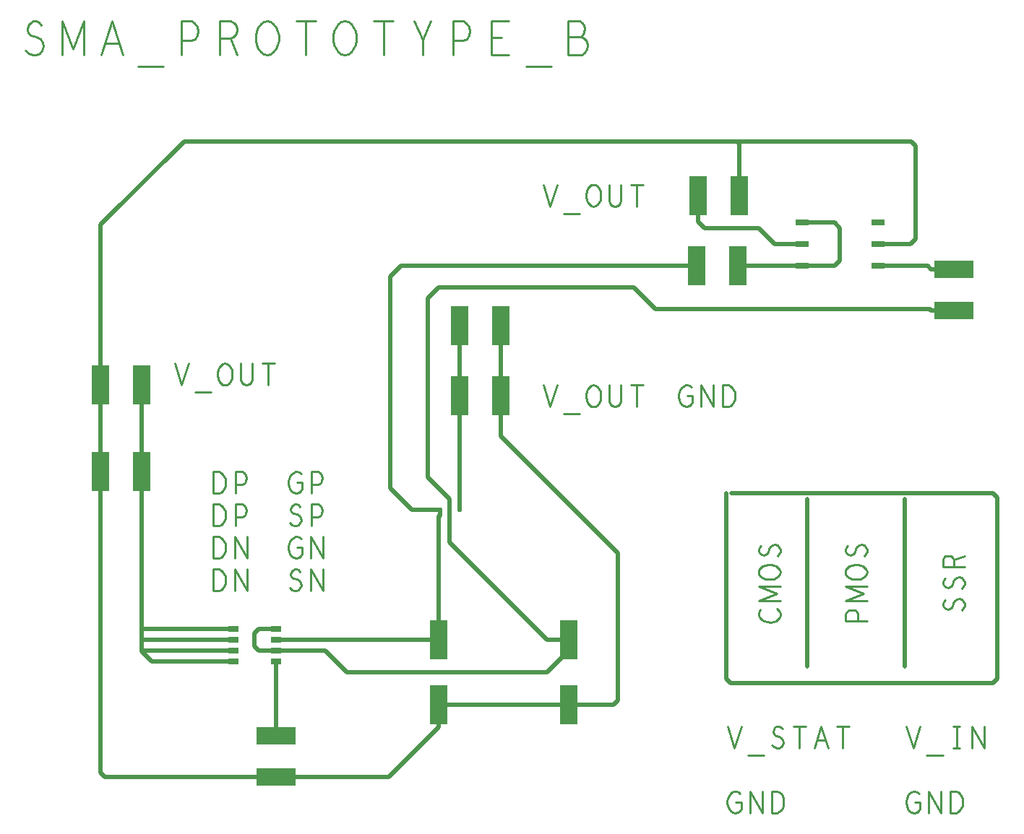
<source format=gbr>
G04 ================== begin FILE IDENTIFICATION RECORD ==================*
G04 Layout Name:  SMA_Prototype_B.brd*
G04 Film Name:    TOP*
G04 File Format:  Gerber RS274X*
G04 File Origin:  Cadence Allegro 17.2-S025*
G04 Origin Date:  Tue Mar 20 17:58:26 2018*
G04 *
G04 Layer:  ETCH/TOP*
G04 Layer:  PIN/TOP*
G04 Layer:  VIA CLASS/TOP*
G04 *
G04 Offset:    (0.000 0.000)*
G04 Mirror:    No*
G04 Mode:      Positive*
G04 Rotation:  0*
G04 FullContactRelief:  No*
G04 UndefLineWidth:     10.000*
G04 ================== end FILE IDENTIFICATION RECORD ====================*
%FSLAX25Y25*MOIN*%
%IR0*IPPOS*OFA0.00000B0.00000*MIA0B0*SFA1.00000B1.00000*%
%ADD11R,.18X.08*%
%ADD10R,.08X.18*%
%ADD12R,.05X.025*%
%ADD13C,.022*%
%ADD14R,.064961X.025591*%
%ADD15C,.02*%
%ADD16C,.01*%
G75*
%LPD*%
G75*
G54D10*
X59000Y-225000D03*
X78000D03*
X59000Y-185000D03*
X78000D03*
X215000Y-332500D03*
Y-302500D03*
X224500Y-190000D03*
Y-157500D03*
X243500Y-190000D03*
Y-157500D03*
X275000Y-332500D03*
Y-302500D03*
X334000Y-130000D03*
X353000D03*
X353500Y-97500D03*
X334500D03*
G54D11*
X140000Y-366000D03*
Y-347000D03*
X452500Y-150500D03*
Y-131500D03*
G54D12*
X120250Y-307500D03*
Y-312500D03*
Y-302500D03*
Y-297500D03*
X139750Y-312500D03*
Y-307500D03*
Y-302500D03*
Y-297500D03*
G54D13*
X224500Y-242500D03*
X220000D03*
X215500D03*
G54D14*
X382480Y-130000D03*
Y-120000D03*
Y-110000D03*
X417520D03*
Y-120000D03*
Y-130000D03*
G54D15*
G01X140000Y-366000D02*
X61000D01*
X59000Y-364000D01*
Y-225000D01*
G01X78000D02*
Y-297500D01*
G01X120250D02*
X78000D01*
G01X120250Y-302500D02*
X78000D01*
G01Y-308000D02*
X82500Y-312500D01*
X120250D01*
G01X78000Y-302500D02*
Y-308000D01*
G01D02*
X78500Y-307500D01*
X120250D01*
G01X78000Y-297500D02*
Y-302500D01*
G01X59000Y-185000D02*
Y-225000D01*
G01X78000D02*
Y-185000D01*
G01X352500Y-72500D02*
X97500D01*
X59000Y-111000D01*
Y-185000D01*
G01X215000Y-332500D02*
Y-343000D01*
X192000Y-366000D01*
X140000D01*
G01X139750Y-312500D02*
Y-341250D01*
X140000Y-341500D01*
Y-347000D01*
G01X139750Y-297500D02*
X132000D01*
X130000Y-299500D01*
Y-305500D01*
X132000Y-307500D01*
X139750D01*
G01X275000Y-302500D02*
Y-307500D01*
X265000Y-317500D01*
X172500D01*
X162500Y-307500D01*
X139750D01*
G01X215000Y-302500D02*
X139750D01*
G01X215500Y-242500D02*
X202500D01*
X192500Y-232500D01*
Y-135000D01*
X197500Y-130000D01*
X334000D01*
G01X275000Y-332500D02*
X215000D01*
G01X215500Y-242500D02*
Y-245100D01*
X215000Y-245600D01*
Y-302500D01*
G01X275000D02*
X265000D01*
X220000Y-257500D01*
Y-242500D01*
G01D02*
Y-237500D01*
X210000Y-227500D01*
Y-145000D01*
X215000Y-140000D01*
X305000D01*
X315000Y-150000D01*
X441500D01*
X442000Y-150500D01*
X452500D01*
G01X224500Y-242500D02*
Y-190000D01*
G01D02*
Y-157500D01*
G01X275000Y-332500D02*
X295500D01*
X297500Y-330500D01*
Y-262500D01*
X243500Y-208500D01*
Y-190000D01*
G01Y-157500D02*
Y-190000D01*
G01X350000Y-235000D02*
X470500D01*
X472500Y-237000D01*
Y-320500D01*
X470500Y-322500D01*
X349500D01*
X347500Y-320500D01*
Y-235000D01*
G01X382480Y-120000D02*
X370000D01*
X362500Y-112500D01*
X337500D01*
X334500Y-109500D01*
Y-97500D01*
G01X353000Y-130000D02*
X382480D01*
G01X353500Y-97500D02*
Y-73500D01*
X352500Y-72500D01*
G01X417520Y-120000D02*
X432500D01*
X435000Y-117500D01*
Y-74500D01*
X433000Y-72500D01*
X352500D01*
G01X385000Y-237500D02*
Y-315000D01*
G01X382480Y-130000D02*
X397500D01*
X400000Y-127500D01*
Y-112500D01*
X397500Y-110000D01*
X382480D01*
G01X430000Y-237500D02*
Y-315000D01*
G01X452500Y-131500D02*
X442000D01*
X440500Y-130000D01*
X417520D01*
G54D16*
G01X24255Y-30420D02*
X25815Y-31720D01*
X27570Y-32500D01*
X29130D01*
X30690Y-31720D01*
X31860Y-30420D01*
X32445Y-28600D01*
X32055Y-26780D01*
X31080Y-25220D01*
X29325Y-24180D01*
X26985Y-23660D01*
X25620Y-22620D01*
X25035Y-20800D01*
X25425Y-18980D01*
X26400Y-17680D01*
X27765Y-16900D01*
X29130D01*
X30495Y-17420D01*
X31665Y-18720D01*
G01X41180Y-32500D02*
Y-16900D01*
X46250Y-29900D01*
X51320Y-16900D01*
Y-32500D01*
G01X59275D02*
X64150Y-16900D01*
X69025Y-32500D01*
G01X67270Y-27040D02*
X61030D01*
G01X76200Y-37700D02*
X87900D01*
G01X96050Y-32500D02*
Y-16900D01*
X100730D01*
X102290Y-17680D01*
X103460Y-19500D01*
X103850Y-21580D01*
X103460Y-23660D01*
X102485Y-25220D01*
X100730Y-26000D01*
X96050D01*
G01X113950Y-32500D02*
Y-16900D01*
X118825D01*
X120385Y-17680D01*
X121360Y-18720D01*
X121750Y-20800D01*
X121360Y-22880D01*
X120190Y-24180D01*
X118825Y-24960D01*
X113950D01*
G01X118825D02*
X121750Y-32500D01*
G01X135750D02*
X134190Y-32240D01*
X132825Y-31200D01*
X131655Y-29640D01*
X130875Y-27820D01*
X130485Y-25740D01*
Y-23660D01*
X130875Y-21580D01*
X131655Y-19760D01*
X132825Y-18200D01*
X134190Y-17160D01*
X135750Y-16900D01*
X137310Y-17160D01*
X138675Y-18200D01*
X139845Y-19760D01*
X140625Y-21580D01*
X141015Y-23660D01*
Y-25740D01*
X140625Y-27820D01*
X139845Y-29640D01*
X138675Y-31200D01*
X137310Y-32240D01*
X135750Y-32500D01*
G01X153650Y-16900D02*
Y-32500D01*
G01X149165Y-16900D02*
X158135D01*
G01X171550Y-32500D02*
X169990Y-32240D01*
X168625Y-31200D01*
X167455Y-29640D01*
X166675Y-27820D01*
X166285Y-25740D01*
Y-23660D01*
X166675Y-21580D01*
X167455Y-19760D01*
X168625Y-18200D01*
X169990Y-17160D01*
X171550Y-16900D01*
X173110Y-17160D01*
X174475Y-18200D01*
X175645Y-19760D01*
X176425Y-21580D01*
X176815Y-23660D01*
Y-25740D01*
X176425Y-27820D01*
X175645Y-29640D01*
X174475Y-31200D01*
X173110Y-32240D01*
X171550Y-32500D01*
G01X189450Y-16900D02*
Y-32500D01*
G01X184965Y-16900D02*
X193935D01*
G01X207350Y-32500D02*
Y-25480D01*
X203450Y-16900D01*
G01X211250D02*
X207350Y-25480D01*
G01X221350Y-32500D02*
Y-16900D01*
X226030D01*
X227590Y-17680D01*
X228760Y-19500D01*
X229150Y-21580D01*
X228760Y-23660D01*
X227785Y-25220D01*
X226030Y-26000D01*
X221350D01*
G01X247050Y-32500D02*
X239250D01*
Y-16900D01*
X247050D01*
G01X243930Y-24440D02*
X239250D01*
G01X255200Y-37700D02*
X266900D01*
G01X280510Y-24180D02*
X281290Y-23400D01*
X281875Y-22100D01*
X282265Y-20280D01*
X281875Y-18720D01*
X281095Y-17680D01*
X279730Y-16900D01*
X274465D01*
Y-32500D01*
X280900D01*
X282265Y-31460D01*
X283045Y-29900D01*
X283435Y-28080D01*
X283045Y-26260D01*
X281875Y-24700D01*
X280510Y-24180D01*
X274465D01*
G01X93125Y-175000D02*
X96250Y-185000D01*
X99375Y-175000D01*
G01X102500Y-188333D02*
X110000D01*
G01X116250Y-185000D02*
X115250Y-184833D01*
X114375Y-184167D01*
X113625Y-183167D01*
X113125Y-182000D01*
X112875Y-180667D01*
Y-179333D01*
X113125Y-178000D01*
X113625Y-176833D01*
X114375Y-175834D01*
X115250Y-175167D01*
X116250Y-175000D01*
X117250Y-175167D01*
X118125Y-175834D01*
X118875Y-176833D01*
X119375Y-178000D01*
X119625Y-179333D01*
Y-180667D01*
X119375Y-182000D01*
X118875Y-183167D01*
X118125Y-184167D01*
X117250Y-184833D01*
X116250Y-185000D01*
G01X123500Y-175000D02*
Y-182167D01*
X124000Y-183667D01*
X125000Y-184667D01*
X126250Y-185000D01*
X127500Y-184667D01*
X128500Y-183667D01*
X129000Y-182167D01*
Y-175000D01*
G01X136250D02*
Y-185000D01*
G01X133375Y-175000D02*
X139125D01*
G01X111000Y-280000D02*
Y-270000D01*
X113500D01*
X114500Y-270500D01*
X115250Y-271167D01*
X115875Y-272166D01*
X116375Y-273334D01*
X116500Y-275000D01*
X116375Y-276667D01*
X115875Y-277834D01*
X115250Y-278834D01*
X114500Y-279500D01*
X113500Y-280000D01*
X111000D01*
G01X120875D02*
Y-270000D01*
X126625Y-280000D01*
Y-270000D01*
G01X111000Y-265000D02*
Y-255000D01*
X113500D01*
X114500Y-255500D01*
X115250Y-256167D01*
X115875Y-257166D01*
X116375Y-258334D01*
X116500Y-260000D01*
X116375Y-261667D01*
X115875Y-262834D01*
X115250Y-263834D01*
X114500Y-264500D01*
X113500Y-265000D01*
X111000D01*
G01X120875D02*
Y-255000D01*
X126625Y-265000D01*
Y-255000D01*
G01X111000Y-235000D02*
Y-225000D01*
X113500D01*
X114500Y-225500D01*
X115250Y-226167D01*
X115875Y-227166D01*
X116375Y-228334D01*
X116500Y-230000D01*
X116375Y-231667D01*
X115875Y-232834D01*
X115250Y-233834D01*
X114500Y-234500D01*
X113500Y-235000D01*
X111000D01*
G01X121250D02*
Y-225000D01*
X124250D01*
X125250Y-225500D01*
X126000Y-226667D01*
X126250Y-228000D01*
X126000Y-229333D01*
X125375Y-230333D01*
X124250Y-230834D01*
X121250D01*
G01X111000Y-250000D02*
Y-240000D01*
X113500D01*
X114500Y-240500D01*
X115250Y-241167D01*
X115875Y-242166D01*
X116375Y-243334D01*
X116500Y-245000D01*
X116375Y-246667D01*
X115875Y-247834D01*
X115250Y-248834D01*
X114500Y-249500D01*
X113500Y-250000D01*
X111000D01*
G01X121250D02*
Y-240000D01*
X124250D01*
X125250Y-240500D01*
X126000Y-241667D01*
X126250Y-243000D01*
X126000Y-244333D01*
X125375Y-245333D01*
X124250Y-245834D01*
X121250D01*
G01X149500Y-260000D02*
X152000D01*
Y-263000D01*
X151250Y-264000D01*
X150375Y-264667D01*
X149125Y-265000D01*
X147875Y-264667D01*
X147000Y-264000D01*
X146250Y-263000D01*
X145750Y-261833D01*
X145500Y-260500D01*
Y-259333D01*
X145750Y-258334D01*
X146250Y-257166D01*
X147000Y-256167D01*
X147750Y-255500D01*
X148750Y-255000D01*
X149625D01*
X150625Y-255333D01*
X151375Y-256000D01*
G01X155875Y-265000D02*
Y-255000D01*
X161625Y-265000D01*
Y-255000D01*
G01X146125Y-278667D02*
X147125Y-279500D01*
X148250Y-280000D01*
X149250D01*
X150250Y-279500D01*
X151000Y-278667D01*
X151375Y-277500D01*
X151125Y-276334D01*
X150500Y-275333D01*
X149375Y-274667D01*
X147875Y-274333D01*
X147000Y-273667D01*
X146625Y-272500D01*
X146875Y-271333D01*
X147500Y-270500D01*
X148375Y-270000D01*
X149250D01*
X150125Y-270333D01*
X150875Y-271167D01*
G01X155875Y-280000D02*
Y-270000D01*
X161625Y-280000D01*
Y-270000D01*
G01X149500Y-230000D02*
X152000D01*
Y-233000D01*
X151250Y-234000D01*
X150375Y-234667D01*
X149125Y-235000D01*
X147875Y-234667D01*
X147000Y-234000D01*
X146250Y-233000D01*
X145750Y-231833D01*
X145500Y-230500D01*
Y-229333D01*
X145750Y-228334D01*
X146250Y-227166D01*
X147000Y-226167D01*
X147750Y-225500D01*
X148750Y-225000D01*
X149625D01*
X150625Y-225333D01*
X151375Y-226000D01*
G01X156250Y-235000D02*
Y-225000D01*
X159250D01*
X160250Y-225500D01*
X161000Y-226667D01*
X161250Y-228000D01*
X161000Y-229333D01*
X160375Y-230333D01*
X159250Y-230834D01*
X156250D01*
G01X146125Y-248667D02*
X147125Y-249500D01*
X148250Y-250000D01*
X149250D01*
X150250Y-249500D01*
X151000Y-248667D01*
X151375Y-247500D01*
X151125Y-246334D01*
X150500Y-245333D01*
X149375Y-244667D01*
X147875Y-244333D01*
X147000Y-243667D01*
X146625Y-242500D01*
X146875Y-241333D01*
X147500Y-240500D01*
X148375Y-240000D01*
X149250D01*
X150125Y-240333D01*
X150875Y-241167D01*
G01X156250Y-250000D02*
Y-240000D01*
X159250D01*
X160250Y-240500D01*
X161000Y-241667D01*
X161250Y-243000D01*
X161000Y-244333D01*
X160375Y-245333D01*
X159250Y-245834D01*
X156250D01*
G01X263125Y-185000D02*
X266250Y-195000D01*
X269375Y-185000D01*
G01X272500Y-198333D02*
X280000D01*
G01X286250Y-195000D02*
X285250Y-194833D01*
X284375Y-194167D01*
X283625Y-193167D01*
X283125Y-192000D01*
X282875Y-190667D01*
Y-189333D01*
X283125Y-188000D01*
X283625Y-186833D01*
X284375Y-185834D01*
X285250Y-185167D01*
X286250Y-185000D01*
X287250Y-185167D01*
X288125Y-185834D01*
X288875Y-186833D01*
X289375Y-188000D01*
X289625Y-189333D01*
Y-190667D01*
X289375Y-192000D01*
X288875Y-193167D01*
X288125Y-194167D01*
X287250Y-194833D01*
X286250Y-195000D01*
G01X293500Y-185000D02*
Y-192167D01*
X294000Y-193667D01*
X295000Y-194667D01*
X296250Y-195000D01*
X297500Y-194667D01*
X298500Y-193667D01*
X299000Y-192167D01*
Y-185000D01*
G01X306250D02*
Y-195000D01*
G01X303375Y-185000D02*
X309125D01*
G01X263125Y-92500D02*
X266250Y-102500D01*
X269375Y-92500D01*
G01X272500Y-105833D02*
X280000D01*
G01X286250Y-102500D02*
X285250Y-102333D01*
X284375Y-101667D01*
X283625Y-100667D01*
X283125Y-99500D01*
X282875Y-98167D01*
Y-96833D01*
X283125Y-95500D01*
X283625Y-94333D01*
X284375Y-93334D01*
X285250Y-92667D01*
X286250Y-92500D01*
X287250Y-92667D01*
X288125Y-93334D01*
X288875Y-94333D01*
X289375Y-95500D01*
X289625Y-96833D01*
Y-98167D01*
X289375Y-99500D01*
X288875Y-100667D01*
X288125Y-101667D01*
X287250Y-102333D01*
X286250Y-102500D01*
G01X293500Y-92500D02*
Y-99667D01*
X294000Y-101167D01*
X295000Y-102167D01*
X296250Y-102500D01*
X297500Y-102167D01*
X298500Y-101167D01*
X299000Y-99667D01*
Y-92500D01*
G01X306250D02*
Y-102500D01*
G01X303375Y-92500D02*
X309125D01*
G01X352000Y-377500D02*
X354500D01*
Y-380500D01*
X353750Y-381500D01*
X352875Y-382167D01*
X351625Y-382500D01*
X350375Y-382167D01*
X349500Y-381500D01*
X348750Y-380500D01*
X348250Y-379333D01*
X348000Y-378000D01*
Y-376833D01*
X348250Y-375834D01*
X348750Y-374666D01*
X349500Y-373667D01*
X350250Y-373000D01*
X351250Y-372500D01*
X352125D01*
X353125Y-372833D01*
X353875Y-373500D01*
G01X358375Y-382500D02*
Y-372500D01*
X364125Y-382500D01*
Y-372500D01*
G01X368500Y-382500D02*
Y-372500D01*
X371000D01*
X372000Y-373000D01*
X372750Y-373667D01*
X373375Y-374666D01*
X373875Y-375834D01*
X374000Y-377500D01*
X373875Y-379167D01*
X373375Y-380334D01*
X372750Y-381334D01*
X372000Y-382000D01*
X371000Y-382500D01*
X368500D01*
G01X348125Y-342500D02*
X351250Y-352500D01*
X354375Y-342500D01*
G01X357500Y-355833D02*
X365000D01*
G01X368625Y-351167D02*
X369625Y-352000D01*
X370750Y-352500D01*
X371750D01*
X372750Y-352000D01*
X373500Y-351167D01*
X373875Y-350000D01*
X373625Y-348834D01*
X373000Y-347833D01*
X371875Y-347167D01*
X370375Y-346833D01*
X369500Y-346167D01*
X369125Y-345000D01*
X369375Y-343833D01*
X370000Y-343000D01*
X370875Y-342500D01*
X371750D01*
X372625Y-342833D01*
X373375Y-343667D01*
G01X381250Y-342500D02*
Y-352500D01*
G01X378375Y-342500D02*
X384125D01*
G01X388125Y-352500D02*
X391250Y-342500D01*
X394375Y-352500D01*
G01X393250Y-349000D02*
X389250D01*
G01X401250Y-342500D02*
Y-352500D01*
G01X398375Y-342500D02*
X404125D01*
G01X329500Y-190000D02*
X332000D01*
Y-193000D01*
X331250Y-194000D01*
X330375Y-194667D01*
X329125Y-195000D01*
X327875Y-194667D01*
X327000Y-194000D01*
X326250Y-193000D01*
X325750Y-191833D01*
X325500Y-190500D01*
Y-189333D01*
X325750Y-188334D01*
X326250Y-187166D01*
X327000Y-186167D01*
X327750Y-185500D01*
X328750Y-185000D01*
X329625D01*
X330625Y-185333D01*
X331375Y-186000D01*
G01X335875Y-195000D02*
Y-185000D01*
X341625Y-195000D01*
Y-185000D01*
G01X346000Y-195000D02*
Y-185000D01*
X348500D01*
X349500Y-185500D01*
X350250Y-186167D01*
X350875Y-187166D01*
X351375Y-188334D01*
X351500Y-190000D01*
X351375Y-191667D01*
X350875Y-192834D01*
X350250Y-193834D01*
X349500Y-194500D01*
X348500Y-195000D01*
X346000D01*
G01X363334Y-288500D02*
X362833Y-289250D01*
X362500Y-290125D01*
Y-291125D01*
X363000Y-292250D01*
X363833Y-293125D01*
X364833Y-293750D01*
X366500Y-294250D01*
X368000Y-294375D01*
X369500Y-294125D01*
X370500Y-293750D01*
X371500Y-293000D01*
X372167Y-292125D01*
X372500Y-291250D01*
Y-290375D01*
X372167Y-289500D01*
X371667Y-288750D01*
X371000Y-288125D01*
G01X372500Y-284500D02*
X362500D01*
X370833Y-281250D01*
X362500Y-278000D01*
X372500D01*
G01Y-271250D02*
X372333Y-272250D01*
X371667Y-273125D01*
X370667Y-273875D01*
X369500Y-274375D01*
X368167Y-274625D01*
X366833D01*
X365500Y-274375D01*
X364333Y-273875D01*
X363334Y-273125D01*
X362667Y-272250D01*
X362500Y-271250D01*
X362667Y-270250D01*
X363334Y-269375D01*
X364333Y-268625D01*
X365500Y-268125D01*
X366833Y-267875D01*
X368167D01*
X369500Y-268125D01*
X370667Y-268625D01*
X371667Y-269375D01*
X372333Y-270250D01*
X372500Y-271250D01*
G01X371167Y-263875D02*
X372000Y-262875D01*
X372500Y-261750D01*
Y-260750D01*
X372000Y-259750D01*
X371167Y-259000D01*
X370000Y-258625D01*
X368834Y-258875D01*
X367833Y-259500D01*
X367167Y-260625D01*
X366833Y-262125D01*
X366167Y-263000D01*
X365000Y-263375D01*
X363833Y-263125D01*
X363000Y-262500D01*
X362500Y-261625D01*
Y-260750D01*
X362833Y-259875D01*
X363667Y-259125D01*
G01X412500Y-293750D02*
X402500D01*
Y-290750D01*
X403000Y-289750D01*
X404167Y-289000D01*
X405500Y-288750D01*
X406833Y-289000D01*
X407833Y-289625D01*
X408334Y-290750D01*
Y-293750D01*
G01X412500Y-284500D02*
X402500D01*
X410833Y-281250D01*
X402500Y-278000D01*
X412500D01*
G01Y-271250D02*
X412333Y-272250D01*
X411667Y-273125D01*
X410667Y-273875D01*
X409500Y-274375D01*
X408167Y-274625D01*
X406833D01*
X405500Y-274375D01*
X404333Y-273875D01*
X403334Y-273125D01*
X402667Y-272250D01*
X402500Y-271250D01*
X402667Y-270250D01*
X403334Y-269375D01*
X404333Y-268625D01*
X405500Y-268125D01*
X406833Y-267875D01*
X408167D01*
X409500Y-268125D01*
X410667Y-268625D01*
X411667Y-269375D01*
X412333Y-270250D01*
X412500Y-271250D01*
G01X411167Y-263875D02*
X412000Y-262875D01*
X412500Y-261750D01*
Y-260750D01*
X412000Y-259750D01*
X411167Y-259000D01*
X410000Y-258625D01*
X408834Y-258875D01*
X407833Y-259500D01*
X407167Y-260625D01*
X406833Y-262125D01*
X406167Y-263000D01*
X405000Y-263375D01*
X403833Y-263125D01*
X403000Y-262500D01*
X402500Y-261625D01*
Y-260750D01*
X402833Y-259875D01*
X403667Y-259125D01*
G01X434500Y-377500D02*
X437000D01*
Y-380500D01*
X436250Y-381500D01*
X435375Y-382167D01*
X434125Y-382500D01*
X432875Y-382167D01*
X432000Y-381500D01*
X431250Y-380500D01*
X430750Y-379333D01*
X430500Y-378000D01*
Y-376833D01*
X430750Y-375834D01*
X431250Y-374666D01*
X432000Y-373667D01*
X432750Y-373000D01*
X433750Y-372500D01*
X434625D01*
X435625Y-372833D01*
X436375Y-373500D01*
G01X440875Y-382500D02*
Y-372500D01*
X446625Y-382500D01*
Y-372500D01*
G01X451000Y-382500D02*
Y-372500D01*
X453500D01*
X454500Y-373000D01*
X455250Y-373667D01*
X455875Y-374666D01*
X456375Y-375834D01*
X456500Y-377500D01*
X456375Y-379167D01*
X455875Y-380334D01*
X455250Y-381334D01*
X454500Y-382000D01*
X453500Y-382500D01*
X451000D01*
G01X430625Y-342500D02*
X433750Y-352500D01*
X436875Y-342500D01*
G01X440000Y-355833D02*
X447500D01*
G01X452250Y-342500D02*
X455250D01*
G01X453750D02*
Y-352500D01*
G01X452250D02*
X455250D01*
G01X460875D02*
Y-342500D01*
X466625Y-352500D01*
Y-342500D01*
G01X456167Y-288875D02*
X457000Y-287875D01*
X457500Y-286750D01*
Y-285750D01*
X457000Y-284750D01*
X456167Y-284000D01*
X455000Y-283625D01*
X453834Y-283875D01*
X452833Y-284500D01*
X452167Y-285625D01*
X451833Y-287125D01*
X451167Y-288000D01*
X450000Y-288375D01*
X448833Y-288125D01*
X448000Y-287500D01*
X447500Y-286625D01*
Y-285750D01*
X447833Y-284875D01*
X448667Y-284125D01*
G01X456167Y-278875D02*
X457000Y-277875D01*
X457500Y-276750D01*
Y-275750D01*
X457000Y-274750D01*
X456167Y-274000D01*
X455000Y-273625D01*
X453834Y-273875D01*
X452833Y-274500D01*
X452167Y-275625D01*
X451833Y-277125D01*
X451167Y-278000D01*
X450000Y-278375D01*
X448833Y-278125D01*
X448000Y-277500D01*
X447500Y-276625D01*
Y-275750D01*
X447833Y-274875D01*
X448667Y-274125D01*
G01X457500Y-268750D02*
X447500D01*
Y-265625D01*
X448000Y-264625D01*
X448667Y-264000D01*
X450000Y-263750D01*
X451333Y-264000D01*
X452167Y-264750D01*
X452667Y-265625D01*
Y-268750D01*
G01Y-265625D02*
X457500Y-263750D01*
M02*

</source>
